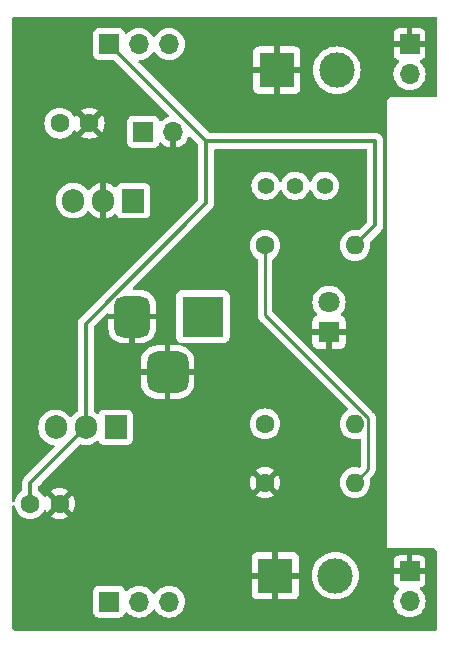
<source format=gbr>
%TF.GenerationSoftware,KiCad,Pcbnew,7.0.10*%
%TF.CreationDate,2024-02-15T23:55:06+08:00*%
%TF.ProjectId,Project 2 - Breadboard power supply,50726f6a-6563-4742-9032-202d20427265,rev?*%
%TF.SameCoordinates,Original*%
%TF.FileFunction,Copper,L2,Bot*%
%TF.FilePolarity,Positive*%
%FSLAX46Y46*%
G04 Gerber Fmt 4.6, Leading zero omitted, Abs format (unit mm)*
G04 Created by KiCad (PCBNEW 7.0.10) date 2024-02-15 23:55:06*
%MOMM*%
%LPD*%
G01*
G04 APERTURE LIST*
G04 Aperture macros list*
%AMRoundRect*
0 Rectangle with rounded corners*
0 $1 Rounding radius*
0 $2 $3 $4 $5 $6 $7 $8 $9 X,Y pos of 4 corners*
0 Add a 4 corners polygon primitive as box body*
4,1,4,$2,$3,$4,$5,$6,$7,$8,$9,$2,$3,0*
0 Add four circle primitives for the rounded corners*
1,1,$1+$1,$2,$3*
1,1,$1+$1,$4,$5*
1,1,$1+$1,$6,$7*
1,1,$1+$1,$8,$9*
0 Add four rect primitives between the rounded corners*
20,1,$1+$1,$2,$3,$4,$5,0*
20,1,$1+$1,$4,$5,$6,$7,0*
20,1,$1+$1,$6,$7,$8,$9,0*
20,1,$1+$1,$8,$9,$2,$3,0*%
G04 Aperture macros list end*
%TA.AperFunction,ComponentPad*%
%ADD10O,1.700000X1.700000*%
%TD*%
%TA.AperFunction,ComponentPad*%
%ADD11R,1.700000X1.700000*%
%TD*%
%TA.AperFunction,ComponentPad*%
%ADD12C,1.600000*%
%TD*%
%TA.AperFunction,ComponentPad*%
%ADD13O,1.600000X1.600000*%
%TD*%
%TA.AperFunction,ComponentPad*%
%ADD14O,1.905000X2.000000*%
%TD*%
%TA.AperFunction,ComponentPad*%
%ADD15R,1.905000X2.000000*%
%TD*%
%TA.AperFunction,ComponentPad*%
%ADD16C,1.397000*%
%TD*%
%TA.AperFunction,ComponentPad*%
%ADD17R,3.000000X3.000000*%
%TD*%
%TA.AperFunction,ComponentPad*%
%ADD18C,3.000000*%
%TD*%
%TA.AperFunction,ComponentPad*%
%ADD19RoundRect,0.875000X-0.875000X-0.875000X0.875000X-0.875000X0.875000X0.875000X-0.875000X0.875000X0*%
%TD*%
%TA.AperFunction,ComponentPad*%
%ADD20RoundRect,0.750000X-0.750000X-1.000000X0.750000X-1.000000X0.750000X1.000000X-0.750000X1.000000X0*%
%TD*%
%TA.AperFunction,ComponentPad*%
%ADD21R,3.500000X3.500000*%
%TD*%
%TA.AperFunction,ComponentPad*%
%ADD22R,1.800000X1.800000*%
%TD*%
%TA.AperFunction,ComponentPad*%
%ADD23C,1.800000*%
%TD*%
%TA.AperFunction,Conductor*%
%ADD24C,0.350000*%
%TD*%
%TA.AperFunction,Conductor*%
%ADD25C,0.250000*%
%TD*%
G04 APERTURE END LIST*
D10*
%TO.P,J4,3,Pin_3*%
%TO.N,/5V*%
X66040000Y-102500000D03*
%TO.P,J4,2,Pin_2*%
%TO.N,/PWR_OUTPUT*%
X63500000Y-102500000D03*
D11*
%TO.P,J4,1,Pin_1*%
%TO.N,/3.3V*%
X60960000Y-102500000D03*
%TD*%
D10*
%TO.P,J3,3,Pin_3*%
%TO.N,/5V*%
X66040000Y-55300000D03*
%TO.P,J3,2,Pin_2*%
%TO.N,/PWR_OUTPUT*%
X63500000Y-55300000D03*
D11*
%TO.P,J3,1,Pin_1*%
%TO.N,/3.3V*%
X60960000Y-55300000D03*
%TD*%
D12*
%TO.P,R3,1*%
%TO.N,GND*%
X74155000Y-92425000D03*
D13*
%TO.P,R3,2*%
%TO.N,Net-(U2-ADJ)*%
X81775000Y-92425000D03*
%TD*%
D14*
%TO.P,U1,3,VO*%
%TO.N,/5V*%
X57920000Y-68550000D03*
%TO.P,U1,2,GND*%
%TO.N,GND*%
X60460000Y-68550000D03*
D15*
%TO.P,U1,1,VI*%
%TO.N,/12V*%
X63000000Y-68550000D03*
%TD*%
D11*
%TO.P,C1,1*%
%TO.N,/12V*%
X63850000Y-62725000D03*
D10*
%TO.P,C1,2*%
%TO.N,GND*%
X66390000Y-62725000D03*
%TD*%
D12*
%TO.P,R1,1*%
%TO.N,Net-(U2-ADJ)*%
X74155000Y-72350000D03*
D13*
%TO.P,R1,2*%
%TO.N,/3.3V*%
X81775000Y-72350000D03*
%TD*%
D15*
%TO.P,U2,1,ADJ*%
%TO.N,Net-(U2-ADJ)*%
X61500000Y-87750000D03*
D14*
%TO.P,U2,2,VO*%
%TO.N,/3.3V*%
X58960000Y-87750000D03*
%TO.P,U2,3,VI*%
%TO.N,/12V*%
X56420000Y-87750000D03*
%TD*%
D16*
%TO.P,SW1,1,1*%
%TO.N,/PWR_INPUT*%
X74215900Y-67300000D03*
%TO.P,SW1,2,2*%
%TO.N,/12V*%
X76715900Y-67300000D03*
%TO.P,SW1,3,3*%
%TO.N,unconnected-(SW1-Pad3)*%
X79215900Y-67300000D03*
%TD*%
D12*
%TO.P,C2,1*%
%TO.N,/5V*%
X56775000Y-62000000D03*
%TO.P,C2,2*%
%TO.N,GND*%
X59275000Y-62000000D03*
%TD*%
D11*
%TO.P,J2,1,Pin_1*%
%TO.N,GND*%
X86390000Y-99950000D03*
D10*
%TO.P,J2,2,Pin_2*%
%TO.N,/PWR_OUTPUT*%
X86390000Y-102490000D03*
%TD*%
D11*
%TO.P,J1,1,Pin_1*%
%TO.N,GND*%
X86390000Y-55300000D03*
D10*
%TO.P,J1,2,Pin_2*%
%TO.N,/PWR_OUTPUT*%
X86390000Y-57840000D03*
%TD*%
D12*
%TO.P,C3,1*%
%TO.N,/3.3V*%
X54275000Y-94200000D03*
%TO.P,C3,2*%
%TO.N,GND*%
X56775000Y-94200000D03*
%TD*%
D17*
%TO.P,J5,1,Pin_1*%
%TO.N,GND*%
X75035000Y-100300000D03*
D18*
%TO.P,J5,2,Pin_2*%
%TO.N,/PWR_OUTPUT*%
X80115000Y-100300000D03*
%TD*%
D19*
%TO.P,J6,3*%
%TO.N,GND*%
X65900000Y-83067500D03*
D20*
%TO.P,J6,2*%
X62900000Y-78367500D03*
D21*
%TO.P,J6,1*%
%TO.N,/PWR_INPUT*%
X68900000Y-78367500D03*
%TD*%
D17*
%TO.P,J7,1,Pin_1*%
%TO.N,GND*%
X75160000Y-57500000D03*
D18*
%TO.P,J7,2,Pin_2*%
%TO.N,/PWR_OUTPUT*%
X80240000Y-57500000D03*
%TD*%
D12*
%TO.P,R2,1*%
%TO.N,Net-(D1-A)*%
X74155000Y-87450000D03*
D13*
%TO.P,R2,2*%
%TO.N,/12V*%
X81775000Y-87450000D03*
%TD*%
D22*
%TO.P,D1,1,K*%
%TO.N,GND*%
X79575000Y-79700000D03*
D23*
%TO.P,D1,2,A*%
%TO.N,Net-(D1-A)*%
X79575000Y-77160000D03*
%TD*%
D24*
%TO.N,/3.3V*%
X54275000Y-92435000D02*
X58960000Y-87750000D01*
X54275000Y-94200000D02*
X54275000Y-92435000D01*
X69160000Y-68766508D02*
X69160000Y-63500000D01*
X58960000Y-78966508D02*
X69160000Y-68766508D01*
X58960000Y-87750000D02*
X58960000Y-78966508D01*
X83500000Y-70625000D02*
X81775000Y-72350000D01*
X83500000Y-63500000D02*
X83500000Y-70625000D01*
X69160000Y-63500000D02*
X83500000Y-63500000D01*
X60960000Y-55300000D02*
X69160000Y-63500000D01*
D25*
%TO.N,Net-(U2-ADJ)*%
X82900000Y-86984009D02*
X82900000Y-91300000D01*
X82900000Y-91300000D02*
X81775000Y-92425000D01*
X74155000Y-78239009D02*
X82900000Y-86984009D01*
X74155000Y-72350000D02*
X74155000Y-78239009D01*
%TD*%
%TA.AperFunction,Conductor*%
%TO.N,GND*%
G36*
X88693039Y-53019685D02*
G01*
X88738794Y-53072489D01*
X88750000Y-53124000D01*
X88750000Y-59626000D01*
X88730315Y-59693039D01*
X88677511Y-59738794D01*
X88626000Y-59750000D01*
X84749999Y-59750000D01*
X84500000Y-59999999D01*
X84500000Y-60000000D01*
X84500000Y-98000000D01*
X88448638Y-98000000D01*
X88515677Y-98019685D01*
X88536319Y-98036319D01*
X88713681Y-98213681D01*
X88747166Y-98275004D01*
X88750000Y-98301362D01*
X88750000Y-104698638D01*
X88730315Y-104765677D01*
X88713681Y-104786319D01*
X88536319Y-104963681D01*
X88474996Y-104997166D01*
X88448638Y-105000000D01*
X53051362Y-105000000D01*
X52984323Y-104980315D01*
X52963681Y-104963681D01*
X52786319Y-104786319D01*
X52752834Y-104724996D01*
X52750000Y-104698638D01*
X52750000Y-103397870D01*
X59609500Y-103397870D01*
X59609501Y-103397876D01*
X59615908Y-103457483D01*
X59666202Y-103592328D01*
X59666206Y-103592335D01*
X59752452Y-103707544D01*
X59752455Y-103707547D01*
X59867664Y-103793793D01*
X59867671Y-103793797D01*
X60002517Y-103844091D01*
X60002516Y-103844091D01*
X60009444Y-103844835D01*
X60062127Y-103850500D01*
X61857872Y-103850499D01*
X61917483Y-103844091D01*
X62052331Y-103793796D01*
X62167546Y-103707546D01*
X62253796Y-103592331D01*
X62302810Y-103460916D01*
X62344681Y-103404984D01*
X62410145Y-103380566D01*
X62478418Y-103395417D01*
X62506673Y-103416569D01*
X62628599Y-103538495D01*
X62725384Y-103606265D01*
X62822165Y-103674032D01*
X62822167Y-103674033D01*
X62822170Y-103674035D01*
X63036337Y-103773903D01*
X63264592Y-103835063D01*
X63441034Y-103850500D01*
X63499999Y-103855659D01*
X63500000Y-103855659D01*
X63500001Y-103855659D01*
X63558966Y-103850500D01*
X63735408Y-103835063D01*
X63963663Y-103773903D01*
X64177830Y-103674035D01*
X64371401Y-103538495D01*
X64538495Y-103371401D01*
X64668425Y-103185842D01*
X64723002Y-103142217D01*
X64792500Y-103135023D01*
X64854855Y-103166546D01*
X64871575Y-103185842D01*
X65001500Y-103371395D01*
X65001505Y-103371401D01*
X65168599Y-103538495D01*
X65265384Y-103606265D01*
X65362165Y-103674032D01*
X65362167Y-103674033D01*
X65362170Y-103674035D01*
X65576337Y-103773903D01*
X65804592Y-103835063D01*
X65981034Y-103850500D01*
X66039999Y-103855659D01*
X66040000Y-103855659D01*
X66040001Y-103855659D01*
X66098966Y-103850500D01*
X66275408Y-103835063D01*
X66503663Y-103773903D01*
X66717830Y-103674035D01*
X66911401Y-103538495D01*
X67078495Y-103371401D01*
X67214035Y-103177830D01*
X67313903Y-102963663D01*
X67375063Y-102735408D01*
X67395659Y-102500000D01*
X67394784Y-102490000D01*
X85034341Y-102490000D01*
X85054936Y-102725403D01*
X85054938Y-102725413D01*
X85116094Y-102953655D01*
X85116096Y-102953659D01*
X85116097Y-102953663D01*
X85215366Y-103166546D01*
X85215965Y-103167830D01*
X85215967Y-103167834D01*
X85324281Y-103322521D01*
X85351505Y-103361401D01*
X85518599Y-103528495D01*
X85532885Y-103538498D01*
X85712165Y-103664032D01*
X85712167Y-103664033D01*
X85712170Y-103664035D01*
X85926337Y-103763903D01*
X86154592Y-103825063D01*
X86342918Y-103841539D01*
X86389999Y-103845659D01*
X86390000Y-103845659D01*
X86390001Y-103845659D01*
X86429234Y-103842226D01*
X86625408Y-103825063D01*
X86853663Y-103763903D01*
X87067830Y-103664035D01*
X87261401Y-103528495D01*
X87428495Y-103361401D01*
X87564035Y-103167830D01*
X87663903Y-102953663D01*
X87725063Y-102725408D01*
X87745659Y-102490000D01*
X87725063Y-102254592D01*
X87666584Y-102036344D01*
X87663905Y-102026344D01*
X87663904Y-102026343D01*
X87663903Y-102026337D01*
X87564035Y-101812171D01*
X87428495Y-101618599D01*
X87306179Y-101496283D01*
X87272696Y-101434963D01*
X87277680Y-101365271D01*
X87319551Y-101309337D01*
X87350529Y-101292422D01*
X87482086Y-101243354D01*
X87482093Y-101243350D01*
X87597187Y-101157190D01*
X87597190Y-101157187D01*
X87683350Y-101042093D01*
X87683354Y-101042086D01*
X87733596Y-100907379D01*
X87733598Y-100907372D01*
X87739999Y-100847844D01*
X87740000Y-100847827D01*
X87740000Y-100200000D01*
X86823686Y-100200000D01*
X86849493Y-100159844D01*
X86890000Y-100021889D01*
X86890000Y-99878111D01*
X86849493Y-99740156D01*
X86823686Y-99700000D01*
X87740000Y-99700000D01*
X87740000Y-99052172D01*
X87739999Y-99052155D01*
X87733598Y-98992627D01*
X87733596Y-98992620D01*
X87683354Y-98857913D01*
X87683350Y-98857906D01*
X87597190Y-98742812D01*
X87597187Y-98742809D01*
X87482093Y-98656649D01*
X87482086Y-98656645D01*
X87347379Y-98606403D01*
X87347372Y-98606401D01*
X87287844Y-98600000D01*
X86640000Y-98600000D01*
X86640000Y-99514498D01*
X86532315Y-99465320D01*
X86425763Y-99450000D01*
X86354237Y-99450000D01*
X86247685Y-99465320D01*
X86140000Y-99514498D01*
X86140000Y-98600000D01*
X85492155Y-98600000D01*
X85432627Y-98606401D01*
X85432620Y-98606403D01*
X85297913Y-98656645D01*
X85297906Y-98656649D01*
X85182812Y-98742809D01*
X85182809Y-98742812D01*
X85096649Y-98857906D01*
X85096645Y-98857913D01*
X85046403Y-98992620D01*
X85046401Y-98992627D01*
X85040000Y-99052155D01*
X85040000Y-99700000D01*
X85956314Y-99700000D01*
X85930507Y-99740156D01*
X85890000Y-99878111D01*
X85890000Y-100021889D01*
X85930507Y-100159844D01*
X85956314Y-100200000D01*
X85040000Y-100200000D01*
X85040000Y-100847844D01*
X85046401Y-100907372D01*
X85046403Y-100907379D01*
X85096645Y-101042086D01*
X85096649Y-101042093D01*
X85182809Y-101157187D01*
X85182812Y-101157190D01*
X85297906Y-101243350D01*
X85297913Y-101243354D01*
X85429470Y-101292421D01*
X85485403Y-101334292D01*
X85509821Y-101399756D01*
X85494970Y-101468029D01*
X85473819Y-101496284D01*
X85351503Y-101618600D01*
X85215965Y-101812169D01*
X85215964Y-101812171D01*
X85116098Y-102026335D01*
X85116094Y-102026344D01*
X85054938Y-102254586D01*
X85054936Y-102254596D01*
X85034341Y-102489999D01*
X85034341Y-102490000D01*
X67394784Y-102490000D01*
X67375063Y-102264592D01*
X67315445Y-102042093D01*
X67313905Y-102036344D01*
X67313904Y-102036343D01*
X67313903Y-102036337D01*
X67226007Y-101847844D01*
X73035000Y-101847844D01*
X73041401Y-101907372D01*
X73041403Y-101907379D01*
X73091645Y-102042086D01*
X73091649Y-102042093D01*
X73177809Y-102157187D01*
X73177812Y-102157190D01*
X73292906Y-102243350D01*
X73292913Y-102243354D01*
X73427620Y-102293596D01*
X73427627Y-102293598D01*
X73487155Y-102299999D01*
X73487172Y-102300000D01*
X74785000Y-102300000D01*
X74785000Y-101021802D01*
X74946169Y-101060000D01*
X75079267Y-101060000D01*
X75211461Y-101044549D01*
X75285000Y-101017782D01*
X75285000Y-102300000D01*
X76582828Y-102300000D01*
X76582844Y-102299999D01*
X76642372Y-102293598D01*
X76642379Y-102293596D01*
X76777086Y-102243354D01*
X76777093Y-102243350D01*
X76892187Y-102157190D01*
X76892190Y-102157187D01*
X76978350Y-102042093D01*
X76978354Y-102042086D01*
X77028596Y-101907379D01*
X77028598Y-101907372D01*
X77034999Y-101847844D01*
X77035000Y-101847827D01*
X77035000Y-100550000D01*
X75753483Y-100550000D01*
X75788549Y-100432871D01*
X75796288Y-100300001D01*
X78109390Y-100300001D01*
X78129804Y-100585433D01*
X78190628Y-100865037D01*
X78190630Y-100865043D01*
X78190631Y-100865046D01*
X78263345Y-101060000D01*
X78290635Y-101133166D01*
X78427770Y-101384309D01*
X78427775Y-101384317D01*
X78599254Y-101613387D01*
X78599270Y-101613405D01*
X78801594Y-101815729D01*
X78801612Y-101815745D01*
X79030682Y-101987224D01*
X79030690Y-101987229D01*
X79281833Y-102124364D01*
X79281832Y-102124364D01*
X79281836Y-102124365D01*
X79281839Y-102124367D01*
X79549954Y-102224369D01*
X79549960Y-102224370D01*
X79549962Y-102224371D01*
X79829566Y-102285195D01*
X79829568Y-102285195D01*
X79829572Y-102285196D01*
X80083220Y-102303337D01*
X80114999Y-102305610D01*
X80115000Y-102305610D01*
X80115001Y-102305610D01*
X80143595Y-102303564D01*
X80400428Y-102285196D01*
X80495144Y-102264592D01*
X80680037Y-102224371D01*
X80680037Y-102224370D01*
X80680046Y-102224369D01*
X80948161Y-102124367D01*
X81199315Y-101987226D01*
X81428395Y-101815739D01*
X81630739Y-101613395D01*
X81802226Y-101384315D01*
X81939367Y-101133161D01*
X82039369Y-100865046D01*
X82100196Y-100585428D01*
X82120610Y-100300000D01*
X82100196Y-100014572D01*
X82096358Y-99996930D01*
X82039371Y-99734962D01*
X82039370Y-99734960D01*
X82039369Y-99734954D01*
X81939367Y-99466839D01*
X81802226Y-99215685D01*
X81679822Y-99052172D01*
X81630745Y-98986612D01*
X81630729Y-98986594D01*
X81428405Y-98784270D01*
X81428387Y-98784254D01*
X81199317Y-98612775D01*
X81199309Y-98612770D01*
X80948166Y-98475635D01*
X80948167Y-98475635D01*
X80840915Y-98435632D01*
X80680046Y-98375631D01*
X80680043Y-98375630D01*
X80680037Y-98375628D01*
X80400433Y-98314804D01*
X80115001Y-98294390D01*
X80114999Y-98294390D01*
X79829566Y-98314804D01*
X79549962Y-98375628D01*
X79281833Y-98475635D01*
X79030690Y-98612770D01*
X79030682Y-98612775D01*
X78801612Y-98784254D01*
X78801594Y-98784270D01*
X78599270Y-98986594D01*
X78599254Y-98986612D01*
X78427775Y-99215682D01*
X78427770Y-99215690D01*
X78290635Y-99466833D01*
X78190628Y-99734962D01*
X78129804Y-100014566D01*
X78109390Y-100299998D01*
X78109390Y-100300001D01*
X75796288Y-100300001D01*
X75798879Y-100255509D01*
X75768029Y-100080546D01*
X75754853Y-100050000D01*
X77035000Y-100050000D01*
X77035000Y-98752172D01*
X77034999Y-98752155D01*
X77028598Y-98692627D01*
X77028596Y-98692620D01*
X76978354Y-98557913D01*
X76978350Y-98557906D01*
X76892190Y-98442812D01*
X76892187Y-98442809D01*
X76777093Y-98356649D01*
X76777086Y-98356645D01*
X76642379Y-98306403D01*
X76642372Y-98306401D01*
X76582844Y-98300000D01*
X75285000Y-98300000D01*
X75285000Y-99578197D01*
X75123831Y-99540000D01*
X74990733Y-99540000D01*
X74858539Y-99555451D01*
X74785000Y-99582217D01*
X74785000Y-98300000D01*
X73487155Y-98300000D01*
X73427627Y-98306401D01*
X73427620Y-98306403D01*
X73292913Y-98356645D01*
X73292906Y-98356649D01*
X73177812Y-98442809D01*
X73177809Y-98442812D01*
X73091649Y-98557906D01*
X73091645Y-98557913D01*
X73041403Y-98692620D01*
X73041401Y-98692627D01*
X73035000Y-98752155D01*
X73035000Y-100050000D01*
X74316517Y-100050000D01*
X74281451Y-100167129D01*
X74271121Y-100344491D01*
X74301971Y-100519454D01*
X74315147Y-100550000D01*
X73035000Y-100550000D01*
X73035000Y-101847844D01*
X67226007Y-101847844D01*
X67214035Y-101822171D01*
X67209536Y-101815745D01*
X67078494Y-101628597D01*
X66911402Y-101461506D01*
X66911395Y-101461501D01*
X66897119Y-101451505D01*
X66834518Y-101407671D01*
X66717834Y-101325967D01*
X66717830Y-101325965D01*
X66682171Y-101309337D01*
X66503663Y-101226097D01*
X66503659Y-101226096D01*
X66503655Y-101226094D01*
X66275413Y-101164938D01*
X66275403Y-101164936D01*
X66040001Y-101144341D01*
X66039999Y-101144341D01*
X65804596Y-101164936D01*
X65804586Y-101164938D01*
X65576344Y-101226094D01*
X65576335Y-101226098D01*
X65362171Y-101325964D01*
X65362169Y-101325965D01*
X65168597Y-101461505D01*
X65001505Y-101628597D01*
X64871575Y-101814158D01*
X64816998Y-101857783D01*
X64747500Y-101864977D01*
X64685145Y-101833454D01*
X64668425Y-101814158D01*
X64538494Y-101628597D01*
X64371402Y-101461506D01*
X64371395Y-101461501D01*
X64357119Y-101451505D01*
X64294518Y-101407671D01*
X64177834Y-101325967D01*
X64177830Y-101325965D01*
X64142171Y-101309337D01*
X63963663Y-101226097D01*
X63963659Y-101226096D01*
X63963655Y-101226094D01*
X63735413Y-101164938D01*
X63735403Y-101164936D01*
X63500001Y-101144341D01*
X63499999Y-101144341D01*
X63264596Y-101164936D01*
X63264586Y-101164938D01*
X63036344Y-101226094D01*
X63036335Y-101226098D01*
X62822171Y-101325964D01*
X62822169Y-101325965D01*
X62628600Y-101461503D01*
X62506673Y-101583430D01*
X62445350Y-101616914D01*
X62375658Y-101611930D01*
X62319725Y-101570058D01*
X62302810Y-101539081D01*
X62253797Y-101407671D01*
X62253793Y-101407664D01*
X62167547Y-101292455D01*
X62167544Y-101292452D01*
X62052335Y-101206206D01*
X62052328Y-101206202D01*
X61917482Y-101155908D01*
X61917483Y-101155908D01*
X61857883Y-101149501D01*
X61857881Y-101149500D01*
X61857873Y-101149500D01*
X61857864Y-101149500D01*
X60062129Y-101149500D01*
X60062123Y-101149501D01*
X60002516Y-101155908D01*
X59867671Y-101206202D01*
X59867664Y-101206206D01*
X59752455Y-101292452D01*
X59752452Y-101292455D01*
X59666206Y-101407664D01*
X59666202Y-101407671D01*
X59615908Y-101542517D01*
X59609501Y-101602116D01*
X59609500Y-101602135D01*
X59609500Y-103397870D01*
X52750000Y-103397870D01*
X52750000Y-94475243D01*
X52769685Y-94408204D01*
X52822489Y-94362449D01*
X52891647Y-94352505D01*
X52955203Y-94381530D01*
X52992977Y-94440308D01*
X52993775Y-94443150D01*
X53048258Y-94646488D01*
X53048261Y-94646497D01*
X53144431Y-94852732D01*
X53144432Y-94852734D01*
X53274954Y-95039141D01*
X53435858Y-95200045D01*
X53435861Y-95200047D01*
X53622266Y-95330568D01*
X53828504Y-95426739D01*
X54048308Y-95485635D01*
X54210230Y-95499801D01*
X54274998Y-95505468D01*
X54275000Y-95505468D01*
X54275002Y-95505468D01*
X54331673Y-95500509D01*
X54501692Y-95485635D01*
X54721496Y-95426739D01*
X54927734Y-95330568D01*
X55114139Y-95200047D01*
X55275047Y-95039139D01*
X55405568Y-94852734D01*
X55412893Y-94837024D01*
X55459064Y-94784586D01*
X55526257Y-94765433D01*
X55593138Y-94785648D01*
X55637657Y-94837024D01*
X55644864Y-94852480D01*
X55695974Y-94925472D01*
X56377046Y-94244400D01*
X56389835Y-94325148D01*
X56447359Y-94438045D01*
X56536955Y-94527641D01*
X56649852Y-94585165D01*
X56730599Y-94597953D01*
X56049526Y-95279025D01*
X56122513Y-95330132D01*
X56122521Y-95330136D01*
X56328668Y-95426264D01*
X56328682Y-95426269D01*
X56548389Y-95485139D01*
X56548400Y-95485141D01*
X56774998Y-95504966D01*
X56775002Y-95504966D01*
X57001599Y-95485141D01*
X57001610Y-95485139D01*
X57221317Y-95426269D01*
X57221331Y-95426264D01*
X57427478Y-95330136D01*
X57500471Y-95279024D01*
X56819400Y-94597953D01*
X56900148Y-94585165D01*
X57013045Y-94527641D01*
X57102641Y-94438045D01*
X57160165Y-94325148D01*
X57172953Y-94244400D01*
X57854024Y-94925471D01*
X57905136Y-94852478D01*
X58001264Y-94646331D01*
X58001269Y-94646317D01*
X58060139Y-94426610D01*
X58060141Y-94426599D01*
X58079966Y-94200002D01*
X58079966Y-94199997D01*
X58060141Y-93973400D01*
X58060139Y-93973389D01*
X58001269Y-93753682D01*
X58001264Y-93753668D01*
X57905136Y-93547521D01*
X57905132Y-93547513D01*
X57854025Y-93474526D01*
X57172953Y-94155598D01*
X57160165Y-94074852D01*
X57102641Y-93961955D01*
X57013045Y-93872359D01*
X56900148Y-93814835D01*
X56819401Y-93802046D01*
X57500472Y-93120974D01*
X57427478Y-93069863D01*
X57221331Y-92973735D01*
X57221317Y-92973730D01*
X57001610Y-92914860D01*
X57001599Y-92914858D01*
X56775002Y-92895034D01*
X56774998Y-92895034D01*
X56548400Y-92914858D01*
X56548389Y-92914860D01*
X56328682Y-92973730D01*
X56328673Y-92973734D01*
X56122516Y-93069866D01*
X56122512Y-93069868D01*
X56049526Y-93120973D01*
X56049526Y-93120974D01*
X56730599Y-93802046D01*
X56649852Y-93814835D01*
X56536955Y-93872359D01*
X56447359Y-93961955D01*
X56389835Y-94074852D01*
X56377046Y-94155598D01*
X55695974Y-93474526D01*
X55695973Y-93474526D01*
X55644868Y-93547512D01*
X55644867Y-93547514D01*
X55637656Y-93562979D01*
X55591482Y-93615417D01*
X55524288Y-93634567D01*
X55457407Y-93614350D01*
X55412893Y-93562976D01*
X55405568Y-93547266D01*
X55275047Y-93360861D01*
X55275045Y-93360858D01*
X55114143Y-93199956D01*
X55003376Y-93122396D01*
X54959752Y-93067819D01*
X54950500Y-93020821D01*
X54950500Y-92766162D01*
X54970185Y-92699123D01*
X54986814Y-92678486D01*
X55240298Y-92425002D01*
X72850034Y-92425002D01*
X72869858Y-92651599D01*
X72869860Y-92651610D01*
X72928730Y-92871317D01*
X72928735Y-92871331D01*
X73024863Y-93077478D01*
X73075974Y-93150472D01*
X73757046Y-92469400D01*
X73769835Y-92550148D01*
X73827359Y-92663045D01*
X73916955Y-92752641D01*
X74029852Y-92810165D01*
X74110599Y-92822953D01*
X73429526Y-93504025D01*
X73502513Y-93555132D01*
X73502521Y-93555136D01*
X73708668Y-93651264D01*
X73708682Y-93651269D01*
X73928389Y-93710139D01*
X73928400Y-93710141D01*
X74154998Y-93729966D01*
X74155002Y-93729966D01*
X74381599Y-93710141D01*
X74381610Y-93710139D01*
X74601317Y-93651269D01*
X74601331Y-93651264D01*
X74807478Y-93555136D01*
X74880471Y-93504024D01*
X74199400Y-92822953D01*
X74280148Y-92810165D01*
X74393045Y-92752641D01*
X74482641Y-92663045D01*
X74540165Y-92550148D01*
X74552953Y-92469400D01*
X75234024Y-93150471D01*
X75285136Y-93077478D01*
X75381264Y-92871331D01*
X75381269Y-92871317D01*
X75440139Y-92651610D01*
X75440141Y-92651599D01*
X75459966Y-92425002D01*
X75459966Y-92424997D01*
X75440141Y-92198400D01*
X75440139Y-92198389D01*
X75381269Y-91978682D01*
X75381264Y-91978668D01*
X75285136Y-91772521D01*
X75285132Y-91772513D01*
X75234025Y-91699526D01*
X74552953Y-92380598D01*
X74540165Y-92299852D01*
X74482641Y-92186955D01*
X74393045Y-92097359D01*
X74280148Y-92039835D01*
X74199401Y-92027046D01*
X74880472Y-91345974D01*
X74807478Y-91294863D01*
X74601331Y-91198735D01*
X74601317Y-91198730D01*
X74381610Y-91139860D01*
X74381599Y-91139858D01*
X74155002Y-91120034D01*
X74154998Y-91120034D01*
X73928400Y-91139858D01*
X73928389Y-91139860D01*
X73708682Y-91198730D01*
X73708673Y-91198734D01*
X73502516Y-91294866D01*
X73502512Y-91294868D01*
X73429526Y-91345973D01*
X73429526Y-91345974D01*
X74110599Y-92027046D01*
X74029852Y-92039835D01*
X73916955Y-92097359D01*
X73827359Y-92186955D01*
X73769835Y-92299852D01*
X73757046Y-92380598D01*
X73075974Y-91699526D01*
X73075973Y-91699526D01*
X73024868Y-91772512D01*
X73024866Y-91772516D01*
X72928734Y-91978673D01*
X72928730Y-91978682D01*
X72869860Y-92198389D01*
X72869858Y-92198400D01*
X72850034Y-92424997D01*
X72850034Y-92425002D01*
X55240298Y-92425002D01*
X58437437Y-89227862D01*
X58498758Y-89194379D01*
X58565378Y-89198263D01*
X58602087Y-89210866D01*
X58839601Y-89250500D01*
X58839602Y-89250500D01*
X59080398Y-89250500D01*
X59080399Y-89250500D01*
X59317913Y-89210866D01*
X59545664Y-89132679D01*
X59757439Y-89018072D01*
X59899931Y-88907165D01*
X59964923Y-88881524D01*
X60033463Y-88895090D01*
X60083788Y-88943558D01*
X60092274Y-88961687D01*
X60103702Y-88992328D01*
X60103706Y-88992335D01*
X60189952Y-89107544D01*
X60189955Y-89107547D01*
X60305164Y-89193793D01*
X60305171Y-89193797D01*
X60440017Y-89244091D01*
X60440016Y-89244091D01*
X60446944Y-89244835D01*
X60499627Y-89250500D01*
X62500372Y-89250499D01*
X62559983Y-89244091D01*
X62694831Y-89193796D01*
X62810046Y-89107546D01*
X62896296Y-88992331D01*
X62946591Y-88857483D01*
X62953000Y-88797873D01*
X62952999Y-87450001D01*
X72849532Y-87450001D01*
X72869364Y-87676686D01*
X72869366Y-87676697D01*
X72928258Y-87896488D01*
X72928261Y-87896497D01*
X73024431Y-88102732D01*
X73024432Y-88102734D01*
X73154954Y-88289141D01*
X73315858Y-88450045D01*
X73315861Y-88450047D01*
X73502266Y-88580568D01*
X73708504Y-88676739D01*
X73928308Y-88735635D01*
X74090230Y-88749801D01*
X74154998Y-88755468D01*
X74155000Y-88755468D01*
X74155002Y-88755468D01*
X74211673Y-88750509D01*
X74381692Y-88735635D01*
X74601496Y-88676739D01*
X74807734Y-88580568D01*
X74994139Y-88450047D01*
X75155047Y-88289139D01*
X75285568Y-88102734D01*
X75381739Y-87896496D01*
X75440635Y-87676692D01*
X75460468Y-87450000D01*
X75440635Y-87223308D01*
X75381739Y-87003504D01*
X75285568Y-86797266D01*
X75175599Y-86640212D01*
X75155045Y-86610858D01*
X74994141Y-86449954D01*
X74807734Y-86319432D01*
X74807732Y-86319431D01*
X74601497Y-86223261D01*
X74601488Y-86223258D01*
X74381697Y-86164366D01*
X74381693Y-86164365D01*
X74381692Y-86164365D01*
X74381691Y-86164364D01*
X74381686Y-86164364D01*
X74155002Y-86144532D01*
X74154998Y-86144532D01*
X73928313Y-86164364D01*
X73928302Y-86164366D01*
X73708511Y-86223258D01*
X73708502Y-86223261D01*
X73502267Y-86319431D01*
X73502265Y-86319432D01*
X73315858Y-86449954D01*
X73154954Y-86610858D01*
X73024432Y-86797265D01*
X73024431Y-86797267D01*
X72928261Y-87003502D01*
X72928258Y-87003511D01*
X72869366Y-87223302D01*
X72869364Y-87223313D01*
X72849532Y-87449998D01*
X72849532Y-87450001D01*
X62952999Y-87450001D01*
X62952999Y-86702128D01*
X62946591Y-86642517D01*
X62945731Y-86640212D01*
X62896297Y-86507671D01*
X62896293Y-86507664D01*
X62810047Y-86392455D01*
X62810044Y-86392452D01*
X62694835Y-86306206D01*
X62694828Y-86306202D01*
X62559982Y-86255908D01*
X62559983Y-86255908D01*
X62500383Y-86249501D01*
X62500381Y-86249500D01*
X62500373Y-86249500D01*
X62500364Y-86249500D01*
X60499629Y-86249500D01*
X60499623Y-86249501D01*
X60440016Y-86255908D01*
X60305171Y-86306202D01*
X60305164Y-86306206D01*
X60189955Y-86392452D01*
X60189952Y-86392455D01*
X60103706Y-86507664D01*
X60103700Y-86507675D01*
X60092273Y-86538313D01*
X60050402Y-86594247D01*
X59984937Y-86618663D01*
X59916664Y-86603811D01*
X59899930Y-86592832D01*
X59757447Y-86481933D01*
X59757432Y-86481923D01*
X59700482Y-86451103D01*
X59650891Y-86401883D01*
X59635500Y-86342049D01*
X59635500Y-82817500D01*
X63650000Y-82817500D01*
X64466314Y-82817500D01*
X64440507Y-82857656D01*
X64400000Y-82995611D01*
X64400000Y-83139389D01*
X64440507Y-83277344D01*
X64466314Y-83317500D01*
X63650001Y-83317500D01*
X63650001Y-84036088D01*
X63652794Y-84088691D01*
X63697237Y-84318487D01*
X63779879Y-84537475D01*
X63898339Y-84739341D01*
X63898344Y-84739348D01*
X64049211Y-84918286D01*
X64049213Y-84918288D01*
X64228151Y-85069155D01*
X64228158Y-85069160D01*
X64430024Y-85187620D01*
X64649012Y-85270262D01*
X64878809Y-85314705D01*
X64931382Y-85317498D01*
X64931421Y-85317499D01*
X65649999Y-85317499D01*
X65650000Y-85317498D01*
X65650000Y-83567500D01*
X66150000Y-83567500D01*
X66150000Y-85317499D01*
X66868576Y-85317499D01*
X66868588Y-85317498D01*
X66921191Y-85314705D01*
X67150987Y-85270262D01*
X67369975Y-85187620D01*
X67571841Y-85069160D01*
X67571848Y-85069155D01*
X67750786Y-84918288D01*
X67750788Y-84918286D01*
X67901655Y-84739348D01*
X67901660Y-84739341D01*
X68020120Y-84537475D01*
X68102762Y-84318487D01*
X68147205Y-84088691D01*
X68147205Y-84088690D01*
X68149998Y-84036117D01*
X68150000Y-84036078D01*
X68150000Y-83317500D01*
X67333686Y-83317500D01*
X67359493Y-83277344D01*
X67400000Y-83139389D01*
X67400000Y-82995611D01*
X67359493Y-82857656D01*
X67333686Y-82817500D01*
X68149999Y-82817500D01*
X68149999Y-82098923D01*
X68149998Y-82098911D01*
X68147205Y-82046308D01*
X68102762Y-81816512D01*
X68020120Y-81597524D01*
X67901660Y-81395658D01*
X67901655Y-81395651D01*
X67750788Y-81216713D01*
X67750786Y-81216711D01*
X67571848Y-81065844D01*
X67571841Y-81065839D01*
X67369975Y-80947379D01*
X67150984Y-80864736D01*
X67145840Y-80863741D01*
X67083760Y-80831680D01*
X67048869Y-80771146D01*
X67052244Y-80701358D01*
X67092814Y-80644473D01*
X67157697Y-80618552D01*
X67169374Y-80617999D01*
X70697872Y-80617999D01*
X70757483Y-80611591D01*
X70892331Y-80561296D01*
X71007546Y-80475046D01*
X71093796Y-80359831D01*
X71144091Y-80224983D01*
X71150500Y-80165373D01*
X71150499Y-76569628D01*
X71144091Y-76510017D01*
X71137054Y-76491151D01*
X71093797Y-76375171D01*
X71093793Y-76375164D01*
X71007547Y-76259955D01*
X71007544Y-76259952D01*
X70892335Y-76173706D01*
X70892328Y-76173702D01*
X70757482Y-76123408D01*
X70757483Y-76123408D01*
X70697883Y-76117001D01*
X70697881Y-76117000D01*
X70697873Y-76117000D01*
X70697864Y-76117000D01*
X67102129Y-76117000D01*
X67102123Y-76117001D01*
X67042516Y-76123408D01*
X66907671Y-76173702D01*
X66907664Y-76173706D01*
X66792455Y-76259952D01*
X66792452Y-76259955D01*
X66706206Y-76375164D01*
X66706202Y-76375171D01*
X66655908Y-76510017D01*
X66649501Y-76569616D01*
X66649501Y-76569623D01*
X66649500Y-76569635D01*
X66649500Y-80165370D01*
X66649501Y-80165376D01*
X66655908Y-80224983D01*
X66706202Y-80359828D01*
X66706206Y-80359835D01*
X66792452Y-80475044D01*
X66792455Y-80475047D01*
X66907664Y-80561293D01*
X66907673Y-80561298D01*
X66956506Y-80579511D01*
X67012440Y-80621381D01*
X67036858Y-80686845D01*
X67022007Y-80755118D01*
X66972603Y-80804524D01*
X66906598Y-80819518D01*
X66868625Y-80817501D01*
X66868579Y-80817500D01*
X66150000Y-80817500D01*
X66150000Y-82567500D01*
X65650000Y-82567500D01*
X65650000Y-80817500D01*
X64931423Y-80817500D01*
X64931411Y-80817501D01*
X64878808Y-80820294D01*
X64649012Y-80864737D01*
X64430024Y-80947379D01*
X64228158Y-81065839D01*
X64228151Y-81065844D01*
X64049213Y-81216711D01*
X64049211Y-81216713D01*
X63898344Y-81395651D01*
X63898339Y-81395658D01*
X63779879Y-81597524D01*
X63697237Y-81816512D01*
X63652794Y-82046308D01*
X63652794Y-82046309D01*
X63650001Y-82098882D01*
X63650000Y-82098921D01*
X63650000Y-82817500D01*
X59635500Y-82817500D01*
X59635500Y-79297670D01*
X59655185Y-79230631D01*
X59671814Y-79209994D01*
X60744475Y-78137333D01*
X60805796Y-78103850D01*
X60875488Y-78108834D01*
X60888972Y-78117500D01*
X62400000Y-78117500D01*
X62400000Y-78617500D01*
X60900001Y-78617500D01*
X60900001Y-79431697D01*
X60910400Y-79563832D01*
X60965377Y-79782019D01*
X61058428Y-79986874D01*
X61058431Y-79986880D01*
X61186559Y-80171823D01*
X61186569Y-80171835D01*
X61345664Y-80330930D01*
X61345676Y-80330940D01*
X61530619Y-80459068D01*
X61530625Y-80459071D01*
X61735480Y-80552122D01*
X61953667Y-80607099D01*
X62085810Y-80617499D01*
X62649999Y-80617499D01*
X62650000Y-80617498D01*
X62650000Y-79801186D01*
X62690156Y-79826993D01*
X62828111Y-79867500D01*
X62971889Y-79867500D01*
X63109844Y-79826993D01*
X63150000Y-79801186D01*
X63150000Y-80617499D01*
X63714182Y-80617499D01*
X63714197Y-80617498D01*
X63846332Y-80607099D01*
X64064519Y-80552122D01*
X64269374Y-80459071D01*
X64269380Y-80459068D01*
X64454323Y-80330940D01*
X64454335Y-80330930D01*
X64613430Y-80171835D01*
X64613440Y-80171823D01*
X64741568Y-79986880D01*
X64741571Y-79986874D01*
X64834622Y-79782019D01*
X64889599Y-79563832D01*
X64899999Y-79431696D01*
X64900000Y-79431684D01*
X64900000Y-78617500D01*
X63400000Y-78617500D01*
X63400000Y-78117500D01*
X64899999Y-78117500D01*
X64899999Y-77303317D01*
X64899998Y-77303302D01*
X64889599Y-77171167D01*
X64834622Y-76952980D01*
X64741571Y-76748125D01*
X64741568Y-76748119D01*
X64613440Y-76563176D01*
X64613430Y-76563164D01*
X64454335Y-76404069D01*
X64454323Y-76404059D01*
X64269380Y-76275931D01*
X64269374Y-76275928D01*
X64064519Y-76182877D01*
X63846332Y-76127900D01*
X63714196Y-76117500D01*
X63063670Y-76117500D01*
X62996631Y-76097815D01*
X62950876Y-76045011D01*
X62940932Y-75975853D01*
X62969957Y-75912297D01*
X62975975Y-75905833D01*
X66531807Y-72350001D01*
X72849532Y-72350001D01*
X72869364Y-72576686D01*
X72869366Y-72576697D01*
X72928258Y-72796488D01*
X72928261Y-72796497D01*
X73024431Y-73002732D01*
X73024432Y-73002734D01*
X73154954Y-73189141D01*
X73315858Y-73350045D01*
X73476623Y-73462613D01*
X73520248Y-73517189D01*
X73529500Y-73564188D01*
X73529500Y-78156264D01*
X73527775Y-78171881D01*
X73528061Y-78171908D01*
X73527326Y-78179674D01*
X73529439Y-78246881D01*
X73529500Y-78250776D01*
X73529500Y-78278366D01*
X73530003Y-78282344D01*
X73530918Y-78293976D01*
X73532290Y-78337633D01*
X73532291Y-78337636D01*
X73537880Y-78356876D01*
X73541824Y-78375920D01*
X73544336Y-78395801D01*
X73560414Y-78436412D01*
X73564197Y-78447461D01*
X73576381Y-78489397D01*
X73586580Y-78506643D01*
X73595138Y-78524112D01*
X73602514Y-78542741D01*
X73628181Y-78578069D01*
X73634593Y-78587830D01*
X73656828Y-78625426D01*
X73656833Y-78625433D01*
X73670990Y-78639589D01*
X73683628Y-78654385D01*
X73695405Y-78670595D01*
X73695406Y-78670596D01*
X73729057Y-78698434D01*
X73737698Y-78706297D01*
X81152923Y-86121522D01*
X81186408Y-86182845D01*
X81181424Y-86252537D01*
X81139552Y-86308470D01*
X81126657Y-86316207D01*
X81126956Y-86316724D01*
X81122264Y-86319432D01*
X80935858Y-86449954D01*
X80774954Y-86610858D01*
X80644432Y-86797265D01*
X80644431Y-86797267D01*
X80548261Y-87003502D01*
X80548258Y-87003511D01*
X80489366Y-87223302D01*
X80489364Y-87223313D01*
X80469532Y-87449998D01*
X80469532Y-87450001D01*
X80489364Y-87676686D01*
X80489366Y-87676697D01*
X80548258Y-87896488D01*
X80548261Y-87896497D01*
X80644431Y-88102732D01*
X80644432Y-88102734D01*
X80774954Y-88289141D01*
X80935858Y-88450045D01*
X80935861Y-88450047D01*
X81122266Y-88580568D01*
X81328504Y-88676739D01*
X81548308Y-88735635D01*
X81710230Y-88749801D01*
X81774998Y-88755468D01*
X81775000Y-88755468D01*
X81775002Y-88755468D01*
X81831673Y-88750509D01*
X82001692Y-88735635D01*
X82118408Y-88704361D01*
X82188256Y-88706024D01*
X82246119Y-88745186D01*
X82273623Y-88809415D01*
X82274500Y-88824136D01*
X82274500Y-90989545D01*
X82254815Y-91056584D01*
X82238181Y-91077226D01*
X82189821Y-91125586D01*
X82128498Y-91159071D01*
X82070048Y-91157680D01*
X82001697Y-91139366D01*
X82001693Y-91139365D01*
X82001692Y-91139365D01*
X81888346Y-91129448D01*
X81775001Y-91119532D01*
X81774998Y-91119532D01*
X81548313Y-91139364D01*
X81548302Y-91139366D01*
X81328511Y-91198258D01*
X81328502Y-91198261D01*
X81122267Y-91294431D01*
X81122265Y-91294432D01*
X80935858Y-91424954D01*
X80774954Y-91585858D01*
X80644432Y-91772265D01*
X80644431Y-91772267D01*
X80548261Y-91978502D01*
X80548258Y-91978511D01*
X80489366Y-92198302D01*
X80489364Y-92198313D01*
X80469532Y-92424998D01*
X80469532Y-92425001D01*
X80489364Y-92651686D01*
X80489366Y-92651697D01*
X80548258Y-92871488D01*
X80548261Y-92871497D01*
X80644431Y-93077732D01*
X80644432Y-93077734D01*
X80774954Y-93264141D01*
X80935858Y-93425045D01*
X80935861Y-93425047D01*
X81122266Y-93555568D01*
X81328504Y-93651739D01*
X81548308Y-93710635D01*
X81710230Y-93724801D01*
X81774998Y-93730468D01*
X81775000Y-93730468D01*
X81775002Y-93730468D01*
X81831673Y-93725509D01*
X82001692Y-93710635D01*
X82221496Y-93651739D01*
X82427734Y-93555568D01*
X82614139Y-93425047D01*
X82775047Y-93264139D01*
X82905568Y-93077734D01*
X83001739Y-92871496D01*
X83060635Y-92651692D01*
X83080468Y-92425000D01*
X83077748Y-92393915D01*
X83064438Y-92241777D01*
X83060635Y-92198308D01*
X83042318Y-92129948D01*
X83043981Y-92060103D01*
X83074410Y-92010179D01*
X83283788Y-91800801D01*
X83296042Y-91790986D01*
X83295859Y-91790764D01*
X83301868Y-91785791D01*
X83301877Y-91785786D01*
X83347949Y-91736722D01*
X83350566Y-91734023D01*
X83370120Y-91714471D01*
X83372576Y-91711303D01*
X83380156Y-91702427D01*
X83410062Y-91670582D01*
X83419713Y-91653024D01*
X83430396Y-91636761D01*
X83442673Y-91620936D01*
X83460021Y-91580844D01*
X83465151Y-91570371D01*
X83486197Y-91532092D01*
X83491180Y-91512680D01*
X83497481Y-91494280D01*
X83505437Y-91475896D01*
X83512270Y-91432748D01*
X83514633Y-91421338D01*
X83525500Y-91379019D01*
X83525500Y-91358983D01*
X83527027Y-91339582D01*
X83530160Y-91319804D01*
X83526050Y-91276324D01*
X83525500Y-91264655D01*
X83525500Y-87066751D01*
X83527224Y-87051131D01*
X83526939Y-87051104D01*
X83527673Y-87043342D01*
X83525561Y-86976121D01*
X83525500Y-86972227D01*
X83525500Y-86944665D01*
X83525500Y-86944659D01*
X83524996Y-86940677D01*
X83524081Y-86929038D01*
X83522710Y-86885382D01*
X83517119Y-86866139D01*
X83513173Y-86847087D01*
X83510664Y-86827217D01*
X83494579Y-86786592D01*
X83490806Y-86775571D01*
X83478618Y-86733619D01*
X83478617Y-86733618D01*
X83478617Y-86733616D01*
X83478616Y-86733615D01*
X83468423Y-86716380D01*
X83459861Y-86698903D01*
X83452487Y-86680278D01*
X83426816Y-86644946D01*
X83420405Y-86635186D01*
X83398170Y-86597589D01*
X83398168Y-86597587D01*
X83398165Y-86597583D01*
X83384006Y-86583424D01*
X83371368Y-86568628D01*
X83359594Y-86552422D01*
X83325940Y-86524581D01*
X83317299Y-86516718D01*
X74816819Y-78016237D01*
X74783334Y-77954914D01*
X74780500Y-77928556D01*
X74780500Y-77160006D01*
X78169700Y-77160006D01*
X78188864Y-77391297D01*
X78188866Y-77391308D01*
X78245842Y-77616300D01*
X78339075Y-77828848D01*
X78466018Y-78023150D01*
X78561167Y-78126510D01*
X78592089Y-78189164D01*
X78584228Y-78258590D01*
X78540081Y-78312746D01*
X78513271Y-78326674D01*
X78432911Y-78356646D01*
X78432906Y-78356649D01*
X78317812Y-78442809D01*
X78317809Y-78442812D01*
X78231649Y-78557906D01*
X78231645Y-78557913D01*
X78181403Y-78692620D01*
X78181401Y-78692627D01*
X78175000Y-78752155D01*
X78175000Y-79450000D01*
X79199722Y-79450000D01*
X79151375Y-79533740D01*
X79121190Y-79665992D01*
X79131327Y-79801265D01*
X79180887Y-79927541D01*
X79198797Y-79950000D01*
X78175000Y-79950000D01*
X78175000Y-80647844D01*
X78181401Y-80707372D01*
X78181403Y-80707379D01*
X78231645Y-80842086D01*
X78231649Y-80842093D01*
X78317809Y-80957187D01*
X78317812Y-80957190D01*
X78432906Y-81043350D01*
X78432913Y-81043354D01*
X78567620Y-81093596D01*
X78567627Y-81093598D01*
X78627155Y-81099999D01*
X78627172Y-81100000D01*
X79325000Y-81100000D01*
X79325000Y-80074189D01*
X79377547Y-80110016D01*
X79507173Y-80150000D01*
X79608724Y-80150000D01*
X79709138Y-80134865D01*
X79825000Y-80079068D01*
X79825000Y-81100000D01*
X80522828Y-81100000D01*
X80522844Y-81099999D01*
X80582372Y-81093598D01*
X80582379Y-81093596D01*
X80717086Y-81043354D01*
X80717093Y-81043350D01*
X80832187Y-80957190D01*
X80832190Y-80957187D01*
X80918350Y-80842093D01*
X80918354Y-80842086D01*
X80968596Y-80707379D01*
X80968598Y-80707372D01*
X80974999Y-80647844D01*
X80975000Y-80647827D01*
X80975000Y-79950000D01*
X79950278Y-79950000D01*
X79998625Y-79866260D01*
X80028810Y-79734008D01*
X80018673Y-79598735D01*
X79969113Y-79472459D01*
X79951203Y-79450000D01*
X80975000Y-79450000D01*
X80975000Y-78752172D01*
X80974999Y-78752155D01*
X80968598Y-78692627D01*
X80968596Y-78692620D01*
X80918354Y-78557913D01*
X80918350Y-78557906D01*
X80832190Y-78442812D01*
X80832187Y-78442809D01*
X80717093Y-78356649D01*
X80717086Y-78356645D01*
X80636729Y-78326674D01*
X80580795Y-78284803D01*
X80556378Y-78219338D01*
X80571230Y-78151065D01*
X80588826Y-78126516D01*
X80683979Y-78023153D01*
X80810924Y-77828849D01*
X80904157Y-77616300D01*
X80961134Y-77391305D01*
X80980300Y-77160000D01*
X80980300Y-77159993D01*
X80961135Y-76928702D01*
X80961133Y-76928691D01*
X80904157Y-76703699D01*
X80810924Y-76491151D01*
X80683983Y-76296852D01*
X80683980Y-76296849D01*
X80683979Y-76296847D01*
X80526784Y-76126087D01*
X80526779Y-76126083D01*
X80526777Y-76126081D01*
X80343634Y-75983535D01*
X80343628Y-75983531D01*
X80139504Y-75873064D01*
X80139495Y-75873061D01*
X79919984Y-75797702D01*
X79748282Y-75769050D01*
X79691049Y-75759500D01*
X79458951Y-75759500D01*
X79413164Y-75767140D01*
X79230015Y-75797702D01*
X79010504Y-75873061D01*
X79010495Y-75873064D01*
X78806371Y-75983531D01*
X78806365Y-75983535D01*
X78623222Y-76126081D01*
X78623219Y-76126084D01*
X78623216Y-76126086D01*
X78623216Y-76126087D01*
X78579382Y-76173704D01*
X78466016Y-76296852D01*
X78339075Y-76491151D01*
X78245842Y-76703699D01*
X78188866Y-76928691D01*
X78188864Y-76928702D01*
X78169700Y-77159993D01*
X78169700Y-77160006D01*
X74780500Y-77160006D01*
X74780500Y-73564188D01*
X74800185Y-73497149D01*
X74833377Y-73462613D01*
X74881836Y-73428681D01*
X74994139Y-73350047D01*
X75155047Y-73189139D01*
X75285568Y-73002734D01*
X75381739Y-72796496D01*
X75440635Y-72576692D01*
X75460468Y-72350000D01*
X75440635Y-72123308D01*
X75381739Y-71903504D01*
X75285568Y-71697266D01*
X75155047Y-71510861D01*
X75155045Y-71510858D01*
X74994141Y-71349954D01*
X74807734Y-71219432D01*
X74807732Y-71219431D01*
X74601497Y-71123261D01*
X74601488Y-71123258D01*
X74381697Y-71064366D01*
X74381693Y-71064365D01*
X74381692Y-71064365D01*
X74381691Y-71064364D01*
X74381686Y-71064364D01*
X74155002Y-71044532D01*
X74154998Y-71044532D01*
X73928313Y-71064364D01*
X73928302Y-71064366D01*
X73708511Y-71123258D01*
X73708502Y-71123261D01*
X73502267Y-71219431D01*
X73502265Y-71219432D01*
X73315858Y-71349954D01*
X73154954Y-71510858D01*
X73024432Y-71697265D01*
X73024431Y-71697267D01*
X72928261Y-71903502D01*
X72928258Y-71903511D01*
X72869366Y-72123302D01*
X72869364Y-72123313D01*
X72849532Y-72349998D01*
X72849532Y-72350001D01*
X66531807Y-72350001D01*
X69620597Y-69261211D01*
X69626017Y-69256109D01*
X69669332Y-69217737D01*
X69702218Y-69170091D01*
X69706624Y-69164104D01*
X69742326Y-69118536D01*
X69746172Y-69109988D01*
X69757197Y-69090443D01*
X69762517Y-69082735D01*
X69762516Y-69082735D01*
X69762518Y-69082734D01*
X69783036Y-69028630D01*
X69785901Y-69021716D01*
X69809646Y-68968955D01*
X69809650Y-68968947D01*
X69811338Y-68959729D01*
X69817366Y-68938111D01*
X69820688Y-68929353D01*
X69827663Y-68871904D01*
X69828790Y-68864501D01*
X69839219Y-68807593D01*
X69835725Y-68749842D01*
X69835500Y-68742357D01*
X69835500Y-67300000D01*
X73011763Y-67300000D01*
X73032265Y-67521259D01*
X73032266Y-67521261D01*
X73093074Y-67734979D01*
X73093080Y-67734994D01*
X73192122Y-67933896D01*
X73326033Y-68111224D01*
X73490244Y-68260921D01*
X73490246Y-68260923D01*
X73679166Y-68377897D01*
X73679172Y-68377900D01*
X73708106Y-68389109D01*
X73886372Y-68458170D01*
X74104796Y-68499000D01*
X74104799Y-68499000D01*
X74327001Y-68499000D01*
X74327004Y-68499000D01*
X74545428Y-68458170D01*
X74752630Y-68377899D01*
X74941555Y-68260922D01*
X75105768Y-68111222D01*
X75239678Y-67933896D01*
X75338724Y-67734984D01*
X75346634Y-67707182D01*
X75383913Y-67648089D01*
X75447223Y-67618532D01*
X75516462Y-67627894D01*
X75569649Y-67673204D01*
X75585166Y-67707183D01*
X75593074Y-67734979D01*
X75593080Y-67734994D01*
X75692122Y-67933896D01*
X75826033Y-68111224D01*
X75990244Y-68260921D01*
X75990246Y-68260923D01*
X76179166Y-68377897D01*
X76179172Y-68377900D01*
X76208106Y-68389109D01*
X76386372Y-68458170D01*
X76604796Y-68499000D01*
X76604799Y-68499000D01*
X76827001Y-68499000D01*
X76827004Y-68499000D01*
X77045428Y-68458170D01*
X77252630Y-68377899D01*
X77441555Y-68260922D01*
X77605768Y-68111222D01*
X77739678Y-67933896D01*
X77838724Y-67734984D01*
X77846634Y-67707182D01*
X77883913Y-67648089D01*
X77947223Y-67618532D01*
X78016462Y-67627894D01*
X78069649Y-67673204D01*
X78085166Y-67707183D01*
X78093074Y-67734979D01*
X78093080Y-67734994D01*
X78192122Y-67933896D01*
X78326033Y-68111224D01*
X78490244Y-68260921D01*
X78490246Y-68260923D01*
X78679166Y-68377897D01*
X78679172Y-68377900D01*
X78708106Y-68389109D01*
X78886372Y-68458170D01*
X79104796Y-68499000D01*
X79104799Y-68499000D01*
X79327001Y-68499000D01*
X79327004Y-68499000D01*
X79545428Y-68458170D01*
X79752630Y-68377899D01*
X79941555Y-68260922D01*
X80105768Y-68111222D01*
X80239678Y-67933896D01*
X80338724Y-67734984D01*
X80399534Y-67521260D01*
X80420037Y-67300000D01*
X80418401Y-67282350D01*
X80399534Y-67078740D01*
X80399533Y-67078738D01*
X80397511Y-67071633D01*
X80338724Y-66865016D01*
X80239678Y-66666104D01*
X80105768Y-66488778D01*
X80105766Y-66488775D01*
X79941555Y-66339078D01*
X79941553Y-66339076D01*
X79752633Y-66222102D01*
X79752627Y-66222099D01*
X79644980Y-66180397D01*
X79545428Y-66141830D01*
X79327004Y-66101000D01*
X79104796Y-66101000D01*
X78886372Y-66141830D01*
X78836595Y-66161113D01*
X78679172Y-66222099D01*
X78679166Y-66222102D01*
X78490246Y-66339076D01*
X78490244Y-66339078D01*
X78326033Y-66488775D01*
X78192122Y-66666103D01*
X78093080Y-66865005D01*
X78093075Y-66865018D01*
X78085166Y-66892817D01*
X78047886Y-66951910D01*
X77984576Y-66981467D01*
X77915337Y-66972105D01*
X77862151Y-66926794D01*
X77846634Y-66892817D01*
X77838725Y-66865020D01*
X77838724Y-66865016D01*
X77739678Y-66666104D01*
X77605768Y-66488778D01*
X77605766Y-66488775D01*
X77441555Y-66339078D01*
X77441553Y-66339076D01*
X77252633Y-66222102D01*
X77252627Y-66222099D01*
X77144980Y-66180397D01*
X77045428Y-66141830D01*
X76827004Y-66101000D01*
X76604796Y-66101000D01*
X76386372Y-66141830D01*
X76336595Y-66161113D01*
X76179172Y-66222099D01*
X76179166Y-66222102D01*
X75990246Y-66339076D01*
X75990244Y-66339078D01*
X75826033Y-66488775D01*
X75692122Y-66666103D01*
X75593080Y-66865005D01*
X75593075Y-66865018D01*
X75585166Y-66892817D01*
X75547886Y-66951910D01*
X75484576Y-66981467D01*
X75415337Y-66972105D01*
X75362151Y-66926794D01*
X75346634Y-66892817D01*
X75338725Y-66865020D01*
X75338724Y-66865016D01*
X75239678Y-66666104D01*
X75105768Y-66488778D01*
X75105766Y-66488775D01*
X74941555Y-66339078D01*
X74941553Y-66339076D01*
X74752633Y-66222102D01*
X74752627Y-66222099D01*
X74644980Y-66180397D01*
X74545428Y-66141830D01*
X74327004Y-66101000D01*
X74104796Y-66101000D01*
X73886372Y-66141830D01*
X73836595Y-66161113D01*
X73679172Y-66222099D01*
X73679166Y-66222102D01*
X73490246Y-66339076D01*
X73490244Y-66339078D01*
X73326033Y-66488775D01*
X73192122Y-66666103D01*
X73093080Y-66865005D01*
X73093074Y-66865020D01*
X73032266Y-67078738D01*
X73032265Y-67078740D01*
X73011763Y-67299999D01*
X73011763Y-67300000D01*
X69835500Y-67300000D01*
X69835500Y-64299500D01*
X69855185Y-64232461D01*
X69907989Y-64186706D01*
X69959500Y-64175500D01*
X82700500Y-64175500D01*
X82767539Y-64195185D01*
X82813294Y-64247989D01*
X82824500Y-64299500D01*
X82824500Y-70293835D01*
X82804815Y-70360874D01*
X82788181Y-70381516D01*
X82134053Y-71035643D01*
X82072730Y-71069128D01*
X82014285Y-71067739D01*
X82008920Y-71066301D01*
X82001692Y-71064365D01*
X82001689Y-71064364D01*
X82001686Y-71064364D01*
X81775001Y-71044532D01*
X81774998Y-71044532D01*
X81548313Y-71064364D01*
X81548302Y-71064366D01*
X81328511Y-71123258D01*
X81328502Y-71123261D01*
X81122267Y-71219431D01*
X81122265Y-71219432D01*
X80935858Y-71349954D01*
X80774954Y-71510858D01*
X80644432Y-71697265D01*
X80644431Y-71697267D01*
X80548261Y-71903502D01*
X80548258Y-71903511D01*
X80489366Y-72123302D01*
X80489364Y-72123313D01*
X80469532Y-72349998D01*
X80469532Y-72350001D01*
X80489364Y-72576686D01*
X80489366Y-72576697D01*
X80548258Y-72796488D01*
X80548261Y-72796497D01*
X80644431Y-73002732D01*
X80644432Y-73002734D01*
X80774954Y-73189141D01*
X80935858Y-73350045D01*
X80935861Y-73350047D01*
X81122266Y-73480568D01*
X81328504Y-73576739D01*
X81548308Y-73635635D01*
X81710230Y-73649801D01*
X81774998Y-73655468D01*
X81775000Y-73655468D01*
X81775002Y-73655468D01*
X81831673Y-73650509D01*
X82001692Y-73635635D01*
X82221496Y-73576739D01*
X82427734Y-73480568D01*
X82614139Y-73350047D01*
X82775047Y-73189139D01*
X82905568Y-73002734D01*
X83001739Y-72796496D01*
X83060635Y-72576692D01*
X83080468Y-72350000D01*
X83060635Y-72123308D01*
X83057262Y-72110720D01*
X83058923Y-72040874D01*
X83089353Y-71990947D01*
X83960597Y-71119703D01*
X83966017Y-71114601D01*
X84009332Y-71076229D01*
X84042211Y-71028593D01*
X84046628Y-71022590D01*
X84082325Y-70977028D01*
X84086169Y-70968485D01*
X84097197Y-70948932D01*
X84102518Y-70941226D01*
X84123049Y-70887087D01*
X84125888Y-70880233D01*
X84149650Y-70827439D01*
X84151338Y-70818221D01*
X84157366Y-70796603D01*
X84160688Y-70787845D01*
X84167663Y-70730396D01*
X84168790Y-70722993D01*
X84179219Y-70666085D01*
X84175726Y-70608340D01*
X84175500Y-70600853D01*
X84175500Y-63417981D01*
X84175500Y-63417979D01*
X84167440Y-63385284D01*
X84164743Y-63370560D01*
X84160688Y-63337159D01*
X84160688Y-63337155D01*
X84148751Y-63305683D01*
X84144297Y-63291387D01*
X84136243Y-63258708D01*
X84136242Y-63258707D01*
X84136242Y-63258705D01*
X84120592Y-63228887D01*
X84114453Y-63215245D01*
X84102518Y-63183774D01*
X84083390Y-63156063D01*
X84075654Y-63143266D01*
X84060008Y-63113454D01*
X84037683Y-63088254D01*
X84028450Y-63076468D01*
X84009333Y-63048773D01*
X84009331Y-63048770D01*
X84005625Y-63045487D01*
X83984134Y-63026447D01*
X83973554Y-63015867D01*
X83951230Y-62990669D01*
X83951224Y-62990664D01*
X83923530Y-62971548D01*
X83911745Y-62962316D01*
X83910353Y-62961083D01*
X83886546Y-62939992D01*
X83886544Y-62939991D01*
X83886545Y-62939991D01*
X83871391Y-62932038D01*
X83856736Y-62924346D01*
X83843927Y-62916603D01*
X83816226Y-62897482D01*
X83816220Y-62897479D01*
X83784756Y-62885546D01*
X83771107Y-62879403D01*
X83741296Y-62863758D01*
X83741290Y-62863756D01*
X83708607Y-62855700D01*
X83694313Y-62851246D01*
X83662846Y-62839312D01*
X83629435Y-62835255D01*
X83614708Y-62832556D01*
X83582023Y-62824500D01*
X83582021Y-62824500D01*
X83540857Y-62824500D01*
X69491164Y-62824500D01*
X69424125Y-62804815D01*
X69403483Y-62788181D01*
X65663146Y-59047844D01*
X73160000Y-59047844D01*
X73166401Y-59107372D01*
X73166403Y-59107379D01*
X73216645Y-59242086D01*
X73216649Y-59242093D01*
X73302809Y-59357187D01*
X73302812Y-59357190D01*
X73417906Y-59443350D01*
X73417913Y-59443354D01*
X73552620Y-59493596D01*
X73552627Y-59493598D01*
X73612155Y-59499999D01*
X73612172Y-59500000D01*
X74910000Y-59500000D01*
X74910000Y-58221802D01*
X75071169Y-58260000D01*
X75204267Y-58260000D01*
X75336461Y-58244549D01*
X75410000Y-58217782D01*
X75410000Y-59500000D01*
X76707828Y-59500000D01*
X76707844Y-59499999D01*
X76767372Y-59493598D01*
X76767379Y-59493596D01*
X76902086Y-59443354D01*
X76902093Y-59443350D01*
X77017187Y-59357190D01*
X77017190Y-59357187D01*
X77103350Y-59242093D01*
X77103354Y-59242086D01*
X77153596Y-59107379D01*
X77153598Y-59107372D01*
X77159999Y-59047844D01*
X77160000Y-59047827D01*
X77160000Y-57750000D01*
X75878483Y-57750000D01*
X75913549Y-57632871D01*
X75921288Y-57500001D01*
X78234390Y-57500001D01*
X78254804Y-57785433D01*
X78315628Y-58065037D01*
X78315630Y-58065043D01*
X78315631Y-58065046D01*
X78388345Y-58260000D01*
X78415635Y-58333166D01*
X78552770Y-58584309D01*
X78552775Y-58584317D01*
X78724254Y-58813387D01*
X78724270Y-58813405D01*
X78926594Y-59015729D01*
X78926612Y-59015745D01*
X79155682Y-59187224D01*
X79155690Y-59187229D01*
X79406833Y-59324364D01*
X79406832Y-59324364D01*
X79406836Y-59324365D01*
X79406839Y-59324367D01*
X79674954Y-59424369D01*
X79674960Y-59424370D01*
X79674962Y-59424371D01*
X79954566Y-59485195D01*
X79954568Y-59485195D01*
X79954572Y-59485196D01*
X80208220Y-59503337D01*
X80239999Y-59505610D01*
X80240000Y-59505610D01*
X80240001Y-59505610D01*
X80268595Y-59503564D01*
X80525428Y-59485196D01*
X80805046Y-59424369D01*
X81073161Y-59324367D01*
X81324315Y-59187226D01*
X81553395Y-59015739D01*
X81755739Y-58813395D01*
X81927226Y-58584315D01*
X82064367Y-58333161D01*
X82164369Y-58065046D01*
X82213325Y-57840000D01*
X85034341Y-57840000D01*
X85054936Y-58075403D01*
X85054938Y-58075413D01*
X85116094Y-58303655D01*
X85116096Y-58303659D01*
X85116097Y-58303663D01*
X85129855Y-58333166D01*
X85215965Y-58517830D01*
X85215967Y-58517834D01*
X85324281Y-58672521D01*
X85351505Y-58711401D01*
X85518599Y-58878495D01*
X85615384Y-58946265D01*
X85712165Y-59014032D01*
X85712167Y-59014033D01*
X85712170Y-59014035D01*
X85926337Y-59113903D01*
X86154592Y-59175063D01*
X86342918Y-59191539D01*
X86389999Y-59195659D01*
X86390000Y-59195659D01*
X86390001Y-59195659D01*
X86429234Y-59192226D01*
X86625408Y-59175063D01*
X86853663Y-59113903D01*
X87067830Y-59014035D01*
X87261401Y-58878495D01*
X87428495Y-58711401D01*
X87564035Y-58517830D01*
X87663903Y-58303663D01*
X87725063Y-58075408D01*
X87745659Y-57840000D01*
X87725063Y-57604592D01*
X87663903Y-57376337D01*
X87564035Y-57162171D01*
X87532695Y-57117413D01*
X87428496Y-56968600D01*
X87373739Y-56913843D01*
X87306179Y-56846283D01*
X87272696Y-56784963D01*
X87277680Y-56715271D01*
X87319551Y-56659337D01*
X87350529Y-56642422D01*
X87482086Y-56593354D01*
X87482093Y-56593350D01*
X87597187Y-56507190D01*
X87597190Y-56507187D01*
X87683350Y-56392093D01*
X87683354Y-56392086D01*
X87733596Y-56257379D01*
X87733598Y-56257372D01*
X87739999Y-56197844D01*
X87740000Y-56197827D01*
X87740000Y-55550000D01*
X86823686Y-55550000D01*
X86849493Y-55509844D01*
X86890000Y-55371889D01*
X86890000Y-55228111D01*
X86849493Y-55090156D01*
X86823686Y-55050000D01*
X87740000Y-55050000D01*
X87740000Y-54402172D01*
X87739999Y-54402155D01*
X87733598Y-54342627D01*
X87733596Y-54342620D01*
X87683354Y-54207913D01*
X87683350Y-54207906D01*
X87597190Y-54092812D01*
X87597187Y-54092809D01*
X87482093Y-54006649D01*
X87482086Y-54006645D01*
X87347379Y-53956403D01*
X87347372Y-53956401D01*
X87287844Y-53950000D01*
X86640000Y-53950000D01*
X86640000Y-54864498D01*
X86532315Y-54815320D01*
X86425763Y-54800000D01*
X86354237Y-54800000D01*
X86247685Y-54815320D01*
X86140000Y-54864498D01*
X86140000Y-53950000D01*
X85492155Y-53950000D01*
X85432627Y-53956401D01*
X85432620Y-53956403D01*
X85297913Y-54006645D01*
X85297906Y-54006649D01*
X85182812Y-54092809D01*
X85182809Y-54092812D01*
X85096649Y-54207906D01*
X85096645Y-54207913D01*
X85046403Y-54342620D01*
X85046401Y-54342627D01*
X85040000Y-54402155D01*
X85040000Y-55050000D01*
X85956314Y-55050000D01*
X85930507Y-55090156D01*
X85890000Y-55228111D01*
X85890000Y-55371889D01*
X85930507Y-55509844D01*
X85956314Y-55550000D01*
X85040000Y-55550000D01*
X85040000Y-56197844D01*
X85046401Y-56257372D01*
X85046403Y-56257379D01*
X85096645Y-56392086D01*
X85096649Y-56392093D01*
X85182809Y-56507187D01*
X85182812Y-56507190D01*
X85297906Y-56593350D01*
X85297913Y-56593354D01*
X85429470Y-56642421D01*
X85485403Y-56684292D01*
X85509821Y-56749756D01*
X85494970Y-56818029D01*
X85473819Y-56846284D01*
X85351503Y-56968600D01*
X85215965Y-57162169D01*
X85215964Y-57162171D01*
X85116098Y-57376335D01*
X85116094Y-57376344D01*
X85054938Y-57604586D01*
X85054936Y-57604596D01*
X85034341Y-57839999D01*
X85034341Y-57840000D01*
X82213325Y-57840000D01*
X82225196Y-57785428D01*
X82245610Y-57500000D01*
X82225196Y-57214572D01*
X82221358Y-57196930D01*
X82164371Y-56934962D01*
X82164370Y-56934960D01*
X82164369Y-56934954D01*
X82064367Y-56666839D01*
X82058262Y-56655659D01*
X81927229Y-56415690D01*
X81927224Y-56415682D01*
X81755745Y-56186612D01*
X81755729Y-56186594D01*
X81553405Y-55984270D01*
X81553387Y-55984254D01*
X81324317Y-55812775D01*
X81324309Y-55812770D01*
X81073166Y-55675635D01*
X81073167Y-55675635D01*
X80952954Y-55630798D01*
X80805046Y-55575631D01*
X80805043Y-55575630D01*
X80805037Y-55575628D01*
X80525433Y-55514804D01*
X80240001Y-55494390D01*
X80239999Y-55494390D01*
X79954566Y-55514804D01*
X79674962Y-55575628D01*
X79406833Y-55675635D01*
X79155690Y-55812770D01*
X79155682Y-55812775D01*
X78926612Y-55984254D01*
X78926594Y-55984270D01*
X78724270Y-56186594D01*
X78724254Y-56186612D01*
X78552775Y-56415682D01*
X78552770Y-56415690D01*
X78415635Y-56666833D01*
X78315628Y-56934962D01*
X78254804Y-57214566D01*
X78234390Y-57499998D01*
X78234390Y-57500001D01*
X75921288Y-57500001D01*
X75923879Y-57455509D01*
X75893029Y-57280546D01*
X75879853Y-57250000D01*
X77160000Y-57250000D01*
X77160000Y-55952172D01*
X77159999Y-55952155D01*
X77153598Y-55892627D01*
X77153596Y-55892620D01*
X77103354Y-55757913D01*
X77103350Y-55757906D01*
X77017190Y-55642812D01*
X77017187Y-55642809D01*
X76902093Y-55556649D01*
X76902086Y-55556645D01*
X76767379Y-55506403D01*
X76767372Y-55506401D01*
X76707844Y-55500000D01*
X75410000Y-55500000D01*
X75410000Y-56778197D01*
X75248831Y-56740000D01*
X75115733Y-56740000D01*
X74983539Y-56755451D01*
X74910000Y-56782217D01*
X74910000Y-55500000D01*
X73612155Y-55500000D01*
X73552627Y-55506401D01*
X73552620Y-55506403D01*
X73417913Y-55556645D01*
X73417906Y-55556649D01*
X73302812Y-55642809D01*
X73302809Y-55642812D01*
X73216649Y-55757906D01*
X73216645Y-55757913D01*
X73166403Y-55892620D01*
X73166401Y-55892627D01*
X73160000Y-55952155D01*
X73160000Y-57250000D01*
X74441517Y-57250000D01*
X74406451Y-57367129D01*
X74396121Y-57544491D01*
X74426971Y-57719454D01*
X74440147Y-57750000D01*
X73160000Y-57750000D01*
X73160000Y-59047844D01*
X65663146Y-59047844D01*
X63477419Y-56862117D01*
X63443934Y-56800794D01*
X63448918Y-56731102D01*
X63490790Y-56675169D01*
X63554290Y-56650909D01*
X63735408Y-56635063D01*
X63963663Y-56573903D01*
X64177830Y-56474035D01*
X64371401Y-56338495D01*
X64538495Y-56171401D01*
X64668425Y-55985842D01*
X64723002Y-55942217D01*
X64792500Y-55935023D01*
X64854855Y-55966546D01*
X64871575Y-55985842D01*
X65001500Y-56171395D01*
X65001505Y-56171401D01*
X65168599Y-56338495D01*
X65265384Y-56406265D01*
X65362165Y-56474032D01*
X65362167Y-56474033D01*
X65362170Y-56474035D01*
X65576337Y-56573903D01*
X65804592Y-56635063D01*
X65981034Y-56650500D01*
X66039999Y-56655659D01*
X66040000Y-56655659D01*
X66040001Y-56655659D01*
X66098966Y-56650500D01*
X66275408Y-56635063D01*
X66503663Y-56573903D01*
X66717830Y-56474035D01*
X66911401Y-56338495D01*
X67078495Y-56171401D01*
X67214035Y-55977830D01*
X67313903Y-55763663D01*
X67375063Y-55535408D01*
X67395659Y-55300000D01*
X67375063Y-55064592D01*
X67313903Y-54836337D01*
X67214035Y-54622171D01*
X67208425Y-54614158D01*
X67078494Y-54428597D01*
X66911402Y-54261506D01*
X66911395Y-54261501D01*
X66717834Y-54125967D01*
X66717830Y-54125965D01*
X66646727Y-54092809D01*
X66503663Y-54026097D01*
X66503659Y-54026096D01*
X66503655Y-54026094D01*
X66275413Y-53964938D01*
X66275403Y-53964936D01*
X66040001Y-53944341D01*
X66039999Y-53944341D01*
X65804596Y-53964936D01*
X65804586Y-53964938D01*
X65576344Y-54026094D01*
X65576335Y-54026098D01*
X65362171Y-54125964D01*
X65362169Y-54125965D01*
X65168597Y-54261505D01*
X65001505Y-54428597D01*
X64871575Y-54614158D01*
X64816998Y-54657783D01*
X64747500Y-54664977D01*
X64685145Y-54633454D01*
X64668425Y-54614158D01*
X64538494Y-54428597D01*
X64371402Y-54261506D01*
X64371395Y-54261501D01*
X64177834Y-54125967D01*
X64177830Y-54125965D01*
X64106727Y-54092809D01*
X63963663Y-54026097D01*
X63963659Y-54026096D01*
X63963655Y-54026094D01*
X63735413Y-53964938D01*
X63735403Y-53964936D01*
X63500001Y-53944341D01*
X63499999Y-53944341D01*
X63264596Y-53964936D01*
X63264586Y-53964938D01*
X63036344Y-54026094D01*
X63036335Y-54026098D01*
X62822171Y-54125964D01*
X62822169Y-54125965D01*
X62628600Y-54261503D01*
X62506673Y-54383430D01*
X62445350Y-54416914D01*
X62375658Y-54411930D01*
X62319725Y-54370058D01*
X62302810Y-54339081D01*
X62253797Y-54207671D01*
X62253793Y-54207664D01*
X62167547Y-54092455D01*
X62167544Y-54092452D01*
X62052335Y-54006206D01*
X62052328Y-54006202D01*
X61917482Y-53955908D01*
X61917483Y-53955908D01*
X61857883Y-53949501D01*
X61857881Y-53949500D01*
X61857873Y-53949500D01*
X61857864Y-53949500D01*
X60062129Y-53949500D01*
X60062123Y-53949501D01*
X60002516Y-53955908D01*
X59867671Y-54006202D01*
X59867664Y-54006206D01*
X59752455Y-54092452D01*
X59752452Y-54092455D01*
X59666206Y-54207664D01*
X59666202Y-54207671D01*
X59615908Y-54342517D01*
X59609501Y-54402116D01*
X59609500Y-54402135D01*
X59609500Y-56197870D01*
X59609501Y-56197876D01*
X59615908Y-56257483D01*
X59666202Y-56392328D01*
X59666206Y-56392335D01*
X59752452Y-56507544D01*
X59752455Y-56507547D01*
X59867664Y-56593793D01*
X59867671Y-56593797D01*
X60002517Y-56644091D01*
X60002516Y-56644091D01*
X60009444Y-56644835D01*
X60062127Y-56650500D01*
X61303836Y-56650499D01*
X61370875Y-56670184D01*
X61391517Y-56686818D01*
X65957979Y-61253280D01*
X65991464Y-61314603D01*
X65986480Y-61384295D01*
X65944608Y-61440228D01*
X65922703Y-61453343D01*
X65712422Y-61551399D01*
X65712420Y-61551400D01*
X65518926Y-61686886D01*
X65396865Y-61808947D01*
X65335542Y-61842431D01*
X65265850Y-61837447D01*
X65209917Y-61795575D01*
X65193002Y-61764598D01*
X65192016Y-61761955D01*
X65143796Y-61632669D01*
X65143795Y-61632668D01*
X65143793Y-61632664D01*
X65057547Y-61517455D01*
X65057544Y-61517452D01*
X64942335Y-61431206D01*
X64942328Y-61431202D01*
X64807482Y-61380908D01*
X64807483Y-61380908D01*
X64747883Y-61374501D01*
X64747881Y-61374500D01*
X64747873Y-61374500D01*
X64747864Y-61374500D01*
X62952129Y-61374500D01*
X62952123Y-61374501D01*
X62892516Y-61380908D01*
X62757671Y-61431202D01*
X62757664Y-61431206D01*
X62642455Y-61517452D01*
X62642452Y-61517455D01*
X62556206Y-61632664D01*
X62556202Y-61632671D01*
X62505908Y-61767517D01*
X62499501Y-61827116D01*
X62499500Y-61827135D01*
X62499500Y-63622870D01*
X62499501Y-63622876D01*
X62505908Y-63682483D01*
X62556202Y-63817328D01*
X62556206Y-63817335D01*
X62642452Y-63932544D01*
X62642455Y-63932547D01*
X62757664Y-64018793D01*
X62757671Y-64018797D01*
X62892517Y-64069091D01*
X62892516Y-64069091D01*
X62899444Y-64069835D01*
X62952127Y-64075500D01*
X64747872Y-64075499D01*
X64807483Y-64069091D01*
X64942331Y-64018796D01*
X65057546Y-63932546D01*
X65143796Y-63817331D01*
X65193002Y-63685401D01*
X65234872Y-63629468D01*
X65300337Y-63605050D01*
X65368610Y-63619901D01*
X65396865Y-63641053D01*
X65518917Y-63763105D01*
X65712421Y-63898600D01*
X65926507Y-63998429D01*
X65926516Y-63998433D01*
X66140000Y-64055634D01*
X66140000Y-63160501D01*
X66247685Y-63209680D01*
X66354237Y-63225000D01*
X66425763Y-63225000D01*
X66532315Y-63209680D01*
X66640000Y-63160501D01*
X66640000Y-64055633D01*
X66853483Y-63998433D01*
X66853492Y-63998429D01*
X67067578Y-63898600D01*
X67261082Y-63763105D01*
X67428105Y-63596082D01*
X67563599Y-63402578D01*
X67661656Y-63192296D01*
X67707828Y-63139857D01*
X67775022Y-63120705D01*
X67841903Y-63140921D01*
X67861719Y-63157020D01*
X68448181Y-63743482D01*
X68481666Y-63804805D01*
X68484500Y-63831163D01*
X68484500Y-68435344D01*
X68464815Y-68502383D01*
X68448181Y-68523025D01*
X58499424Y-78471781D01*
X58493972Y-78476914D01*
X58450669Y-78515277D01*
X58450667Y-78515280D01*
X58417800Y-78562895D01*
X58413363Y-78568925D01*
X58377674Y-78614478D01*
X58373824Y-78623033D01*
X58362808Y-78642564D01*
X58357484Y-78650278D01*
X58357482Y-78650282D01*
X58336965Y-78704377D01*
X58334102Y-78711289D01*
X58310350Y-78764068D01*
X58308661Y-78773285D01*
X58302639Y-78794889D01*
X58299311Y-78803663D01*
X58292334Y-78861121D01*
X58291207Y-78868519D01*
X58280781Y-78925416D01*
X58280781Y-78925423D01*
X58284274Y-78983171D01*
X58284500Y-78990658D01*
X58284500Y-86342049D01*
X58264815Y-86409088D01*
X58219518Y-86451103D01*
X58162567Y-86481923D01*
X58162558Y-86481929D01*
X58032158Y-86583424D01*
X57972537Y-86629829D01*
X57809449Y-86806990D01*
X57796233Y-86827219D01*
X57793808Y-86830931D01*
X57740661Y-86876287D01*
X57671430Y-86885710D01*
X57608094Y-86856207D01*
X57586192Y-86830931D01*
X57583767Y-86827219D01*
X57570551Y-86806990D01*
X57407463Y-86629829D01*
X57267454Y-86520856D01*
X57217441Y-86481929D01*
X57005665Y-86367321D01*
X57005656Y-86367318D01*
X56777916Y-86289134D01*
X56578800Y-86255908D01*
X56540399Y-86249500D01*
X56299601Y-86249500D01*
X56261200Y-86255908D01*
X56062083Y-86289134D01*
X55834343Y-86367318D01*
X55834334Y-86367321D01*
X55622558Y-86481929D01*
X55492158Y-86583424D01*
X55432537Y-86629829D01*
X55432534Y-86629831D01*
X55432534Y-86629832D01*
X55269449Y-86806990D01*
X55137743Y-87008581D01*
X55041017Y-87229094D01*
X54981904Y-87462527D01*
X54967000Y-87642389D01*
X54967000Y-87857610D01*
X54981904Y-88037472D01*
X54981904Y-88037475D01*
X54981905Y-88037476D01*
X55041017Y-88270905D01*
X55137745Y-88491422D01*
X55269449Y-88693010D01*
X55432537Y-88870171D01*
X55622561Y-89018072D01*
X55834336Y-89132679D01*
X56062087Y-89210866D01*
X56237329Y-89240108D01*
X56300214Y-89270558D01*
X56336653Y-89330173D01*
X56335078Y-89400025D01*
X56304600Y-89450098D01*
X53814424Y-91940273D01*
X53808972Y-91945406D01*
X53765668Y-91983771D01*
X53750809Y-92005296D01*
X53732800Y-92031387D01*
X53728363Y-92037417D01*
X53692674Y-92082970D01*
X53688824Y-92091525D01*
X53677808Y-92111056D01*
X53672484Y-92118770D01*
X53672482Y-92118774D01*
X53651965Y-92172869D01*
X53649102Y-92179781D01*
X53625350Y-92232560D01*
X53623661Y-92241777D01*
X53617639Y-92263381D01*
X53614311Y-92272155D01*
X53607334Y-92329613D01*
X53606207Y-92337011D01*
X53595781Y-92393908D01*
X53595781Y-92393915D01*
X53599274Y-92451663D01*
X53599500Y-92459150D01*
X53599500Y-93020821D01*
X53579815Y-93087860D01*
X53546624Y-93122396D01*
X53435856Y-93199956D01*
X53274954Y-93360858D01*
X53144432Y-93547265D01*
X53144431Y-93547267D01*
X53048261Y-93753502D01*
X53048258Y-93753511D01*
X52993775Y-93956849D01*
X52957410Y-94016510D01*
X52894563Y-94047039D01*
X52825188Y-94038744D01*
X52771310Y-93994259D01*
X52750035Y-93927707D01*
X52750000Y-93924756D01*
X52750000Y-68657610D01*
X56467000Y-68657610D01*
X56481904Y-68837472D01*
X56541017Y-69070905D01*
X56624500Y-69261228D01*
X56637745Y-69291422D01*
X56769449Y-69493010D01*
X56932537Y-69670171D01*
X57088908Y-69791879D01*
X57122022Y-69817653D01*
X57122561Y-69818072D01*
X57287891Y-69907544D01*
X57333478Y-69932215D01*
X57334336Y-69932679D01*
X57452598Y-69973278D01*
X57562083Y-70010865D01*
X57562085Y-70010865D01*
X57562087Y-70010866D01*
X57799601Y-70050500D01*
X57799602Y-70050500D01*
X58040398Y-70050500D01*
X58040399Y-70050500D01*
X58277913Y-70010866D01*
X58505664Y-69932679D01*
X58717439Y-69818072D01*
X58907463Y-69670171D01*
X59070551Y-69493010D01*
X59086489Y-69468613D01*
X59139631Y-69423258D01*
X59208862Y-69413831D01*
X59272199Y-69443330D01*
X59294106Y-69468611D01*
X59309847Y-69492704D01*
X59309851Y-69492710D01*
X59472873Y-69669797D01*
X59472883Y-69669806D01*
X59662831Y-69817649D01*
X59662840Y-69817655D01*
X59874531Y-69932215D01*
X59874545Y-69932221D01*
X60102207Y-70010379D01*
X60210000Y-70028366D01*
X60210000Y-69041683D01*
X60238819Y-69059209D01*
X60384404Y-69100000D01*
X60497622Y-69100000D01*
X60609783Y-69084584D01*
X60710000Y-69041053D01*
X60710000Y-70028365D01*
X60817792Y-70010379D01*
X61045454Y-69932221D01*
X61045468Y-69932215D01*
X61257159Y-69817655D01*
X61257162Y-69817653D01*
X61399746Y-69706675D01*
X61464740Y-69681032D01*
X61533280Y-69694598D01*
X61583605Y-69743066D01*
X61592091Y-69761196D01*
X61603701Y-69792326D01*
X61603706Y-69792335D01*
X61689952Y-69907544D01*
X61689955Y-69907547D01*
X61805164Y-69993793D01*
X61805171Y-69993797D01*
X61940017Y-70044091D01*
X61940016Y-70044091D01*
X61946944Y-70044835D01*
X61999627Y-70050500D01*
X64000372Y-70050499D01*
X64059983Y-70044091D01*
X64194831Y-69993796D01*
X64310046Y-69907546D01*
X64396296Y-69792331D01*
X64446591Y-69657483D01*
X64453000Y-69597873D01*
X64452999Y-67502128D01*
X64446591Y-67442517D01*
X64441994Y-67430193D01*
X64396297Y-67307671D01*
X64396293Y-67307664D01*
X64310047Y-67192455D01*
X64310044Y-67192452D01*
X64194835Y-67106206D01*
X64194828Y-67106202D01*
X64059982Y-67055908D01*
X64059983Y-67055908D01*
X64000383Y-67049501D01*
X64000381Y-67049500D01*
X64000373Y-67049500D01*
X64000364Y-67049500D01*
X61999629Y-67049500D01*
X61999623Y-67049501D01*
X61940016Y-67055908D01*
X61805171Y-67106202D01*
X61805164Y-67106206D01*
X61689955Y-67192452D01*
X61689952Y-67192455D01*
X61603706Y-67307664D01*
X61603702Y-67307671D01*
X61592091Y-67338804D01*
X61550220Y-67394738D01*
X61484756Y-67419155D01*
X61416483Y-67404303D01*
X61399747Y-67393324D01*
X61257168Y-67282350D01*
X61257159Y-67282344D01*
X61045468Y-67167784D01*
X61045454Y-67167778D01*
X60817791Y-67089619D01*
X60710000Y-67071633D01*
X60710000Y-68058316D01*
X60681181Y-68040791D01*
X60535596Y-68000000D01*
X60422378Y-68000000D01*
X60310217Y-68015416D01*
X60210000Y-68058946D01*
X60210000Y-67071633D01*
X60209999Y-67071633D01*
X60102208Y-67089619D01*
X59874545Y-67167778D01*
X59874531Y-67167784D01*
X59662840Y-67282344D01*
X59662831Y-67282350D01*
X59472883Y-67430193D01*
X59472873Y-67430202D01*
X59309851Y-67607289D01*
X59309846Y-67607297D01*
X59294104Y-67631390D01*
X59240955Y-67676745D01*
X59171724Y-67686165D01*
X59108389Y-67656660D01*
X59086489Y-67631384D01*
X59070555Y-67606994D01*
X58991630Y-67521259D01*
X58907463Y-67429829D01*
X58740657Y-67299999D01*
X58717441Y-67281929D01*
X58505665Y-67167321D01*
X58505656Y-67167318D01*
X58277916Y-67089134D01*
X58078800Y-67055908D01*
X58040399Y-67049500D01*
X57799601Y-67049500D01*
X57761200Y-67055908D01*
X57562083Y-67089134D01*
X57334343Y-67167318D01*
X57334334Y-67167321D01*
X57122558Y-67281929D01*
X57049486Y-67338804D01*
X56932537Y-67429829D01*
X56932534Y-67429831D01*
X56932534Y-67429832D01*
X56769449Y-67606990D01*
X56637743Y-67808581D01*
X56541017Y-68029094D01*
X56481904Y-68262527D01*
X56467000Y-68442389D01*
X56467000Y-68657610D01*
X52750000Y-68657610D01*
X52750000Y-62000001D01*
X55469532Y-62000001D01*
X55489364Y-62226686D01*
X55489366Y-62226697D01*
X55548258Y-62446488D01*
X55548261Y-62446497D01*
X55644431Y-62652732D01*
X55644432Y-62652734D01*
X55774954Y-62839141D01*
X55935858Y-63000045D01*
X55966465Y-63021476D01*
X56122266Y-63130568D01*
X56328504Y-63226739D01*
X56548308Y-63285635D01*
X56697299Y-63298670D01*
X56774998Y-63305468D01*
X56775000Y-63305468D01*
X56775002Y-63305468D01*
X56852701Y-63298670D01*
X57001692Y-63285635D01*
X57221496Y-63226739D01*
X57427734Y-63130568D01*
X57614139Y-63000047D01*
X57775047Y-62839139D01*
X57905568Y-62652734D01*
X57912893Y-62637024D01*
X57959064Y-62584586D01*
X58026257Y-62565433D01*
X58093138Y-62585648D01*
X58137657Y-62637024D01*
X58144864Y-62652480D01*
X58195974Y-62725472D01*
X58877046Y-62044400D01*
X58889835Y-62125148D01*
X58947359Y-62238045D01*
X59036955Y-62327641D01*
X59149852Y-62385165D01*
X59230599Y-62397953D01*
X58549526Y-63079025D01*
X58622513Y-63130132D01*
X58622521Y-63130136D01*
X58828668Y-63226264D01*
X58828682Y-63226269D01*
X59048389Y-63285139D01*
X59048400Y-63285141D01*
X59274998Y-63304966D01*
X59275002Y-63304966D01*
X59501599Y-63285141D01*
X59501610Y-63285139D01*
X59721317Y-63226269D01*
X59721331Y-63226264D01*
X59927478Y-63130136D01*
X60000471Y-63079024D01*
X59319400Y-62397953D01*
X59400148Y-62385165D01*
X59513045Y-62327641D01*
X59602641Y-62238045D01*
X59660165Y-62125148D01*
X59672953Y-62044400D01*
X60354024Y-62725471D01*
X60405136Y-62652478D01*
X60501264Y-62446331D01*
X60501269Y-62446317D01*
X60560139Y-62226610D01*
X60560141Y-62226599D01*
X60579966Y-62000002D01*
X60579966Y-61999997D01*
X60560141Y-61773400D01*
X60560139Y-61773389D01*
X60501269Y-61553682D01*
X60501264Y-61553668D01*
X60405136Y-61347521D01*
X60405132Y-61347513D01*
X60354025Y-61274526D01*
X59672953Y-61955598D01*
X59660165Y-61874852D01*
X59602641Y-61761955D01*
X59513045Y-61672359D01*
X59400148Y-61614835D01*
X59319401Y-61602046D01*
X60000472Y-60920974D01*
X59927478Y-60869863D01*
X59721331Y-60773735D01*
X59721317Y-60773730D01*
X59501610Y-60714860D01*
X59501599Y-60714858D01*
X59275002Y-60695034D01*
X59274998Y-60695034D01*
X59048400Y-60714858D01*
X59048389Y-60714860D01*
X58828682Y-60773730D01*
X58828673Y-60773734D01*
X58622516Y-60869866D01*
X58622512Y-60869868D01*
X58549526Y-60920973D01*
X58549526Y-60920974D01*
X59230599Y-61602046D01*
X59149852Y-61614835D01*
X59036955Y-61672359D01*
X58947359Y-61761955D01*
X58889835Y-61874852D01*
X58877046Y-61955598D01*
X58195974Y-61274526D01*
X58195973Y-61274526D01*
X58144868Y-61347512D01*
X58144867Y-61347514D01*
X58137656Y-61362979D01*
X58091482Y-61415417D01*
X58024288Y-61434567D01*
X57957407Y-61414350D01*
X57912893Y-61362976D01*
X57905568Y-61347266D01*
X57775047Y-61160861D01*
X57775045Y-61160858D01*
X57614141Y-60999954D01*
X57427734Y-60869432D01*
X57427732Y-60869431D01*
X57221497Y-60773261D01*
X57221488Y-60773258D01*
X57001697Y-60714366D01*
X57001693Y-60714365D01*
X57001692Y-60714365D01*
X57001691Y-60714364D01*
X57001686Y-60714364D01*
X56775002Y-60694532D01*
X56774998Y-60694532D01*
X56548313Y-60714364D01*
X56548302Y-60714366D01*
X56328511Y-60773258D01*
X56328502Y-60773261D01*
X56122267Y-60869431D01*
X56122265Y-60869432D01*
X55935858Y-60999954D01*
X55774954Y-61160858D01*
X55644432Y-61347265D01*
X55644431Y-61347267D01*
X55548261Y-61553502D01*
X55548258Y-61553511D01*
X55489366Y-61773302D01*
X55489364Y-61773313D01*
X55469532Y-61999998D01*
X55469532Y-62000001D01*
X52750000Y-62000001D01*
X52750000Y-53124000D01*
X52769685Y-53056961D01*
X52822489Y-53011206D01*
X52874000Y-53000000D01*
X88626000Y-53000000D01*
X88693039Y-53019685D01*
G37*
%TD.AperFunction*%
%TD*%
M02*

</source>
